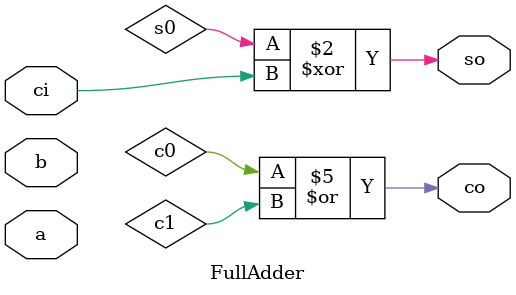
<source format=v>

module FullAdder (input a, input b, input ci, output so, output co);
    
    wire so0, co0, co1;

    xor s0 (so0, a, b);
    xor SUM (so, s0, ci);
    
    and c0 (co0, a, b);
    and c1 (co1, s0, ci);
    or CARRY (co, c0, c1);
endmodule

/////////////////////////////////////////////////////////////////////////////////////////////////////////

</source>
